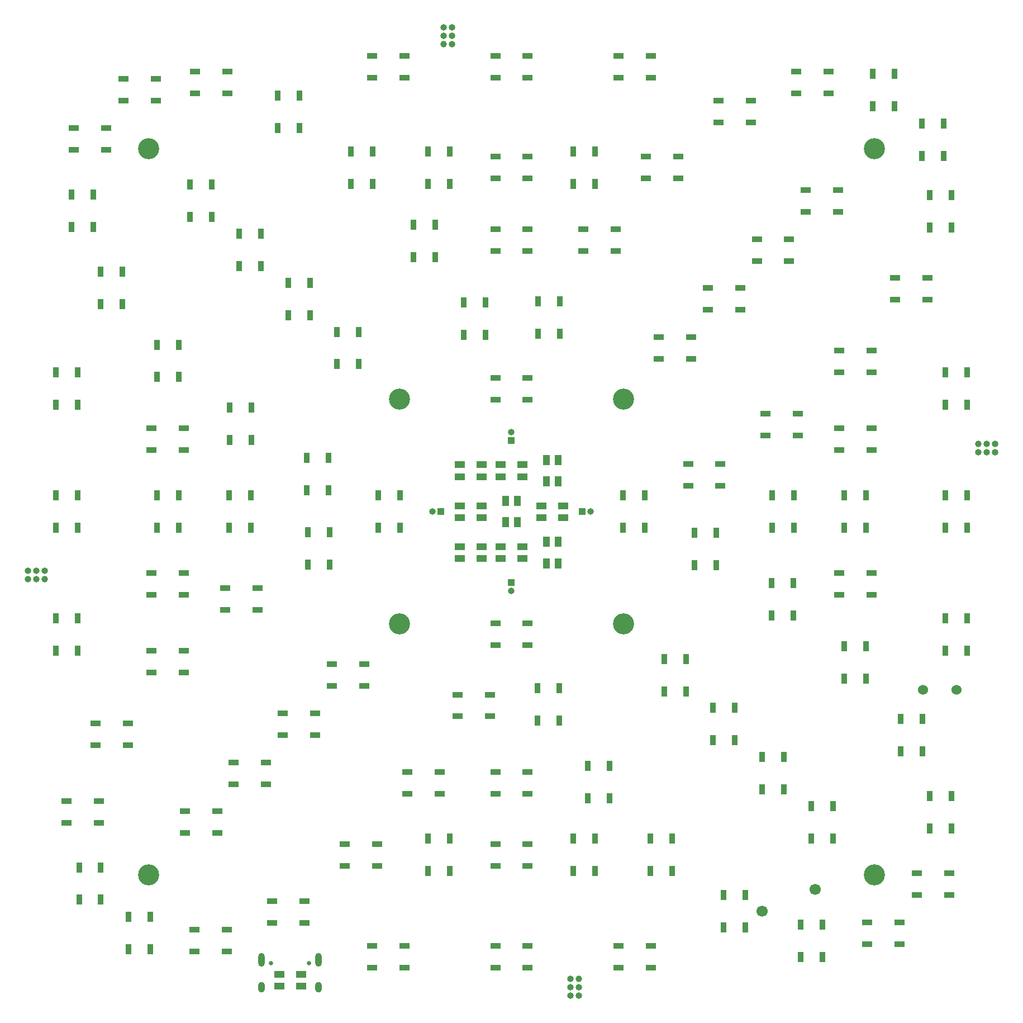
<source format=gbr>
%TF.GenerationSoftware,KiCad,Pcbnew,(6.0.10)*%
%TF.CreationDate,2023-01-10T10:46:11+01:00*%
%TF.ProjectId,BoardGame,426f6172-6447-4616-9d65-2e6b69636164,rev?*%
%TF.SameCoordinates,Original*%
%TF.FileFunction,Soldermask,Top*%
%TF.FilePolarity,Negative*%
%FSLAX46Y46*%
G04 Gerber Fmt 4.6, Leading zero omitted, Abs format (unit mm)*
G04 Created by KiCad (PCBNEW (6.0.10)) date 2023-01-10 10:46:11*
%MOMM*%
%LPD*%
G01*
G04 APERTURE LIST*
%ADD10R,0.900000X1.500000*%
%ADD11R,1.500000X0.900000*%
%ADD12R,1.500000X1.100000*%
%ADD13C,3.200000*%
%ADD14C,1.000000*%
%ADD15O,1.000000X1.000000*%
%ADD16C,1.700000*%
%ADD17R,1.000000X1.000000*%
%ADD18R,1.100000X1.500000*%
%ADD19C,0.650000*%
%ADD20O,1.000000X1.600000*%
%ADD21O,1.000000X2.100000*%
%ADD22C,1.524000*%
G04 APERTURE END LIST*
D10*
%TO.C,D1002*%
X116280000Y-78870000D03*
X112980000Y-78870000D03*
X112980000Y-83770000D03*
X116280000Y-83770000D03*
%TD*%
D11*
%TO.C,D1045*%
X95980000Y-150350000D03*
X95980000Y-153650000D03*
X100880000Y-153650000D03*
X100880000Y-150350000D03*
%TD*%
D10*
%TO.C,D1086*%
X78250000Y-84550000D03*
X74950000Y-84550000D03*
X74950000Y-89450000D03*
X78250000Y-89450000D03*
%TD*%
D11*
%TO.C,D1056*%
X89460000Y-96320000D03*
X89460000Y-99620000D03*
X94360000Y-99620000D03*
X94360000Y-96320000D03*
%TD*%
%TO.C,D1016*%
X159760000Y-47560000D03*
X159760000Y-44260000D03*
X154860000Y-44260000D03*
X154860000Y-47560000D03*
%TD*%
D10*
%TO.C,D1028*%
X171720000Y-95130000D03*
X175020000Y-95130000D03*
X175020000Y-90230000D03*
X171720000Y-90230000D03*
%TD*%
%TO.C,D1021*%
X206230000Y-33110000D03*
X209530000Y-33110000D03*
X209530000Y-28210000D03*
X206230000Y-28210000D03*
%TD*%
D12*
%TO.C,D1102*%
X142360000Y-92300000D03*
X142360000Y-94080000D03*
X145640000Y-94080000D03*
X145640000Y-92300000D03*
%TD*%
D13*
%TO.C,H1007*%
X161000000Y-70000000D03*
%TD*%
D11*
%TO.C,D1051*%
X105490000Y-101860000D03*
X105490000Y-98560000D03*
X100590000Y-98560000D03*
X100590000Y-101860000D03*
%TD*%
%TO.C,D1089*%
X146450000Y-21250000D03*
X146450000Y-17950000D03*
X141550000Y-17950000D03*
X141550000Y-21250000D03*
%TD*%
%TO.C,D1057*%
X146450000Y-47530000D03*
X146450000Y-44230000D03*
X141550000Y-44230000D03*
X141550000Y-47530000D03*
%TD*%
D12*
%TO.C,D1106*%
X108817500Y-157110000D03*
X108817500Y-158890000D03*
X112097500Y-158890000D03*
X112097500Y-157110000D03*
%TD*%
D10*
%TO.C,D1020*%
X198750000Y-25590000D03*
X202050000Y-25590000D03*
X202050000Y-20690000D03*
X198750000Y-20690000D03*
%TD*%
D14*
%TO.C,J401*%
X73220000Y-97235000D03*
D15*
X73220000Y-95965000D03*
X71950000Y-97235000D03*
X71950000Y-95965000D03*
X70680000Y-97235000D03*
X70680000Y-95965000D03*
%TD*%
D10*
%TO.C,D1038*%
X158860000Y-125510000D03*
X155560000Y-125510000D03*
X155560000Y-130410000D03*
X158860000Y-130410000D03*
%TD*%
%TO.C,D1080*%
X189410000Y-136510000D03*
X192710000Y-136510000D03*
X192710000Y-131610000D03*
X189410000Y-131610000D03*
%TD*%
D12*
%TO.C,D1100*%
X148550000Y-86110000D03*
X148550000Y-87890000D03*
X151830000Y-87890000D03*
X151830000Y-86110000D03*
%TD*%
D14*
%TO.C,J403*%
X214780000Y-76765000D03*
D15*
X214780000Y-78035000D03*
X216050000Y-76765000D03*
X216050000Y-78035000D03*
X217320000Y-76765000D03*
X217320000Y-78035000D03*
%TD*%
D13*
%TO.C,H1002*%
X89000000Y-32000000D03*
%TD*%
D11*
%TO.C,D1081*%
X116780000Y-110120000D03*
X116780000Y-113420000D03*
X121680000Y-113420000D03*
X121680000Y-110120000D03*
%TD*%
D10*
%TO.C,D1066*%
X131350000Y-141450000D03*
X134650000Y-141450000D03*
X134650000Y-136550000D03*
X131350000Y-136550000D03*
%TD*%
D11*
%TO.C,D1040*%
X141550000Y-103930000D03*
X141550000Y-107230000D03*
X146450000Y-107230000D03*
X146450000Y-103930000D03*
%TD*%
D10*
%TO.C,D1085*%
X78250000Y-103200000D03*
X74950000Y-103200000D03*
X74950000Y-108100000D03*
X78250000Y-108100000D03*
%TD*%
D11*
%TO.C,D1043*%
X118720000Y-137350000D03*
X118720000Y-140650000D03*
X123620000Y-140650000D03*
X123620000Y-137350000D03*
%TD*%
D10*
%TO.C,D1037*%
X168380000Y-136550000D03*
X165080000Y-136550000D03*
X165080000Y-141450000D03*
X168380000Y-141450000D03*
%TD*%
D11*
%TO.C,D1017*%
X169280000Y-36560000D03*
X169280000Y-33260000D03*
X164380000Y-33260000D03*
X164380000Y-36560000D03*
%TD*%
%TO.C,D1067*%
X146450000Y-140650000D03*
X146450000Y-137350000D03*
X141550000Y-137350000D03*
X141550000Y-140650000D03*
%TD*%
D13*
%TO.C,H1008*%
X127000000Y-70000000D03*
%TD*%
D10*
%TO.C,D1072*%
X98590000Y-37490000D03*
X95290000Y-37490000D03*
X95290000Y-42390000D03*
X98590000Y-42390000D03*
%TD*%
D11*
%TO.C,D1041*%
X135870000Y-114720000D03*
X135870000Y-118020000D03*
X140770000Y-118020000D03*
X140770000Y-114720000D03*
%TD*%
%TO.C,D1074*%
X178650000Y-56450000D03*
X178650000Y-53150000D03*
X173750000Y-53150000D03*
X173750000Y-56450000D03*
%TD*%
D16*
%TO.C,J302*%
X182000000Y-147500000D03*
%TD*%
D11*
%TO.C,D1009*%
X100950000Y-23650000D03*
X100950000Y-20350000D03*
X96050000Y-20350000D03*
X96050000Y-23650000D03*
%TD*%
%TO.C,D1033*%
X205410000Y-141750000D03*
X205410000Y-145050000D03*
X210310000Y-145050000D03*
X210310000Y-141750000D03*
%TD*%
D10*
%TO.C,D1046*%
X89250000Y-148410000D03*
X85950000Y-148410000D03*
X85950000Y-153310000D03*
X89250000Y-153310000D03*
%TD*%
%TO.C,D1052*%
X116440000Y-90130000D03*
X113140000Y-90130000D03*
X113140000Y-95030000D03*
X116440000Y-95030000D03*
%TD*%
%TO.C,D1061*%
X183470000Y-89450000D03*
X186770000Y-89450000D03*
X186770000Y-84550000D03*
X183470000Y-84550000D03*
%TD*%
D11*
%TO.C,D1062*%
X198540000Y-99620000D03*
X198540000Y-96320000D03*
X193640000Y-96320000D03*
X193640000Y-99620000D03*
%TD*%
D10*
%TO.C,D1070*%
X113450000Y-52350000D03*
X110150000Y-52350000D03*
X110150000Y-57250000D03*
X113450000Y-57250000D03*
%TD*%
D17*
%TO.C,J406*%
X154750000Y-87000000D03*
D15*
X156020000Y-87000000D03*
%TD*%
D11*
%TO.C,D1073*%
X171220000Y-63880000D03*
X171220000Y-60580000D03*
X166320000Y-60580000D03*
X166320000Y-63880000D03*
%TD*%
D16*
%TO.C,J301*%
X190000000Y-144250000D03*
%TD*%
D10*
%TO.C,D1068*%
X153320000Y-141450000D03*
X156620000Y-141450000D03*
X156620000Y-136550000D03*
X153320000Y-136550000D03*
%TD*%
D11*
%TO.C,D1048*%
X81450000Y-134140000D03*
X81450000Y-130840000D03*
X76550000Y-130840000D03*
X76550000Y-134140000D03*
%TD*%
D10*
%TO.C,D1022*%
X207340000Y-43960000D03*
X210640000Y-43960000D03*
X210640000Y-39060000D03*
X207340000Y-39060000D03*
%TD*%
%TO.C,D1031*%
X202970000Y-123310000D03*
X206270000Y-123310000D03*
X206270000Y-118410000D03*
X202970000Y-118410000D03*
%TD*%
%TO.C,D1087*%
X78250000Y-65900000D03*
X74950000Y-65900000D03*
X74950000Y-70800000D03*
X78250000Y-70800000D03*
%TD*%
%TO.C,D1060*%
X134680000Y-32460000D03*
X131380000Y-32460000D03*
X131380000Y-37360000D03*
X134680000Y-37360000D03*
%TD*%
%TO.C,D1055*%
X90260000Y-89450000D03*
X93560000Y-89450000D03*
X93560000Y-84550000D03*
X90260000Y-84550000D03*
%TD*%
D11*
%TO.C,D1024*%
X193640000Y-62620000D03*
X193640000Y-65920000D03*
X198540000Y-65920000D03*
X198540000Y-62620000D03*
%TD*%
D10*
%TO.C,D1091*%
X209750000Y-70800000D03*
X213050000Y-70800000D03*
X213050000Y-65900000D03*
X209750000Y-65900000D03*
%TD*%
%TO.C,D1079*%
X181980000Y-129080000D03*
X185280000Y-129080000D03*
X185280000Y-124180000D03*
X181980000Y-124180000D03*
%TD*%
%TO.C,D1069*%
X120880000Y-59780000D03*
X117580000Y-59780000D03*
X117580000Y-64680000D03*
X120880000Y-64680000D03*
%TD*%
D11*
%TO.C,D1095*%
X141550000Y-152750000D03*
X141550000Y-156050000D03*
X146450000Y-156050000D03*
X146450000Y-152750000D03*
%TD*%
D10*
%TO.C,D1047*%
X81770000Y-140890000D03*
X78470000Y-140890000D03*
X78470000Y-145790000D03*
X81770000Y-145790000D03*
%TD*%
%TO.C,D1027*%
X160930000Y-89450000D03*
X164230000Y-89450000D03*
X164230000Y-84550000D03*
X160930000Y-84550000D03*
%TD*%
D12*
%TO.C,D1097*%
X139450000Y-81700000D03*
X139450000Y-79920000D03*
X136170000Y-79920000D03*
X136170000Y-81700000D03*
%TD*%
D11*
%TO.C,D1090*%
X165100000Y-21250000D03*
X165100000Y-17950000D03*
X160200000Y-17950000D03*
X160200000Y-21250000D03*
%TD*%
%TO.C,D1094*%
X160200000Y-152750000D03*
X160200000Y-156050000D03*
X165100000Y-156050000D03*
X165100000Y-152750000D03*
%TD*%
D10*
%TO.C,D1010*%
X108580000Y-28890000D03*
X111880000Y-28890000D03*
X111880000Y-23990000D03*
X108580000Y-23990000D03*
%TD*%
D12*
%TO.C,D1103*%
X136170000Y-92300000D03*
X136170000Y-94080000D03*
X139450000Y-94080000D03*
X139450000Y-92300000D03*
%TD*%
D11*
%TO.C,D1008*%
X90110000Y-24770000D03*
X90110000Y-21470000D03*
X85210000Y-21470000D03*
X85210000Y-24770000D03*
%TD*%
D10*
%TO.C,D1035*%
X191140000Y-149540000D03*
X187840000Y-149540000D03*
X187840000Y-154440000D03*
X191140000Y-154440000D03*
%TD*%
%TO.C,D1012*%
X129140000Y-48490000D03*
X132440000Y-48490000D03*
X132440000Y-43590000D03*
X129140000Y-43590000D03*
%TD*%
D18*
%TO.C,D1101*%
X149300000Y-94830000D03*
X151080000Y-94830000D03*
X151080000Y-91550000D03*
X149300000Y-91550000D03*
%TD*%
D11*
%TO.C,D1065*%
X141550000Y-126470000D03*
X141550000Y-129770000D03*
X146450000Y-129770000D03*
X146450000Y-126470000D03*
%TD*%
D18*
%TO.C,D1105*%
X143110000Y-88640000D03*
X144890000Y-88640000D03*
X144890000Y-85360000D03*
X143110000Y-85360000D03*
%TD*%
D10*
%TO.C,D1004*%
X93560000Y-61720000D03*
X90260000Y-61720000D03*
X90260000Y-66620000D03*
X93560000Y-66620000D03*
%TD*%
D12*
%TO.C,D1104*%
X139450000Y-87890000D03*
X139450000Y-86110000D03*
X136170000Y-86110000D03*
X136170000Y-87890000D03*
%TD*%
D14*
%TO.C,J404*%
X154235000Y-157730000D03*
D15*
X152965000Y-157730000D03*
X154235000Y-159000000D03*
X152965000Y-159000000D03*
X154235000Y-160270000D03*
X152965000Y-160270000D03*
%TD*%
D12*
%TO.C,D1098*%
X145640000Y-81700000D03*
X145640000Y-79920000D03*
X142360000Y-79920000D03*
X142360000Y-81700000D03*
%TD*%
D13*
%TO.C,H1005*%
X127000000Y-104000000D03*
%TD*%
D11*
%TO.C,D1049*%
X85890000Y-122420000D03*
X85890000Y-119120000D03*
X80990000Y-119120000D03*
X80990000Y-122420000D03*
%TD*%
D10*
%TO.C,D1039*%
X151230000Y-113760000D03*
X147930000Y-113760000D03*
X147930000Y-118660000D03*
X151230000Y-118660000D03*
%TD*%
D11*
%TO.C,D1018*%
X180310000Y-28030000D03*
X180310000Y-24730000D03*
X175410000Y-24730000D03*
X175410000Y-28030000D03*
%TD*%
D10*
%TO.C,D1015*%
X151330000Y-55180000D03*
X148030000Y-55180000D03*
X148030000Y-60080000D03*
X151330000Y-60080000D03*
%TD*%
D11*
%TO.C,D1034*%
X197890000Y-149230000D03*
X197890000Y-152530000D03*
X202790000Y-152530000D03*
X202790000Y-149230000D03*
%TD*%
D13*
%TO.C,H1001*%
X199000000Y-142000000D03*
%TD*%
D10*
%TO.C,D1005*%
X85030000Y-50690000D03*
X81730000Y-50690000D03*
X81730000Y-55590000D03*
X85030000Y-55590000D03*
%TD*%
%TO.C,D1093*%
X209750000Y-108100000D03*
X213050000Y-108100000D03*
X213050000Y-103200000D03*
X209750000Y-103200000D03*
%TD*%
%TO.C,D1011*%
X119620000Y-37360000D03*
X122920000Y-37360000D03*
X122920000Y-32460000D03*
X119620000Y-32460000D03*
%TD*%
D11*
%TO.C,D1096*%
X122900000Y-152750000D03*
X122900000Y-156050000D03*
X127800000Y-156050000D03*
X127800000Y-152750000D03*
%TD*%
D18*
%TO.C,D1099*%
X149300000Y-82450000D03*
X151080000Y-82450000D03*
X151080000Y-79170000D03*
X149300000Y-79170000D03*
%TD*%
D11*
%TO.C,D1088*%
X127800000Y-21250000D03*
X127800000Y-17950000D03*
X122900000Y-17950000D03*
X122900000Y-21250000D03*
%TD*%
D10*
%TO.C,D1013*%
X136770000Y-60240000D03*
X140070000Y-60240000D03*
X140070000Y-55340000D03*
X136770000Y-55340000D03*
%TD*%
D11*
%TO.C,D1083*%
X101920000Y-124980000D03*
X101920000Y-128280000D03*
X106820000Y-128280000D03*
X106820000Y-124980000D03*
%TD*%
%TO.C,D1014*%
X146450000Y-70070000D03*
X146450000Y-66770000D03*
X141550000Y-66770000D03*
X141550000Y-70070000D03*
%TD*%
D10*
%TO.C,D1063*%
X197740000Y-84550000D03*
X194440000Y-84550000D03*
X194440000Y-89450000D03*
X197740000Y-89450000D03*
%TD*%
D11*
%TO.C,D1076*%
X193510000Y-41590000D03*
X193510000Y-38290000D03*
X188610000Y-38290000D03*
X188610000Y-41590000D03*
%TD*%
D10*
%TO.C,D1003*%
X104560000Y-71240000D03*
X101260000Y-71240000D03*
X101260000Y-76140000D03*
X104560000Y-76140000D03*
%TD*%
D17*
%TO.C,J408*%
X133250000Y-87000000D03*
D15*
X131980000Y-87000000D03*
%TD*%
D10*
%TO.C,D1077*%
X167120000Y-114220000D03*
X170420000Y-114220000D03*
X170420000Y-109320000D03*
X167120000Y-109320000D03*
%TD*%
D11*
%TO.C,D1054*%
X89460000Y-74380000D03*
X89460000Y-77680000D03*
X94360000Y-77680000D03*
X94360000Y-74380000D03*
%TD*%
%TO.C,D1084*%
X94490000Y-132410000D03*
X94490000Y-135710000D03*
X99390000Y-135710000D03*
X99390000Y-132410000D03*
%TD*%
D13*
%TO.C,H1004*%
X199000000Y-32000000D03*
%TD*%
D10*
%TO.C,D1058*%
X156620000Y-32460000D03*
X153320000Y-32460000D03*
X153320000Y-37360000D03*
X156620000Y-37360000D03*
%TD*%
D11*
%TO.C,D1064*%
X198540000Y-77650000D03*
X198540000Y-74350000D03*
X193640000Y-74350000D03*
X193640000Y-77650000D03*
%TD*%
D10*
%TO.C,D1053*%
X104530000Y-84550000D03*
X101230000Y-84550000D03*
X101230000Y-89450000D03*
X104530000Y-89450000D03*
%TD*%
D11*
%TO.C,D1023*%
X202110000Y-51580000D03*
X202110000Y-54880000D03*
X207010000Y-54880000D03*
X207010000Y-51580000D03*
%TD*%
%TO.C,D1044*%
X107690000Y-145970000D03*
X107690000Y-149270000D03*
X112590000Y-149270000D03*
X112590000Y-145970000D03*
%TD*%
D10*
%TO.C,D1006*%
X80650000Y-38980000D03*
X77350000Y-38980000D03*
X77350000Y-43880000D03*
X80650000Y-43880000D03*
%TD*%
D11*
%TO.C,D1042*%
X128240000Y-126440000D03*
X128240000Y-129740000D03*
X133140000Y-129740000D03*
X133140000Y-126440000D03*
%TD*%
%TO.C,D1026*%
X170760000Y-79770000D03*
X170760000Y-83070000D03*
X175660000Y-83070000D03*
X175660000Y-79770000D03*
%TD*%
D10*
%TO.C,D1092*%
X209750000Y-89450000D03*
X213050000Y-89450000D03*
X213050000Y-84550000D03*
X209750000Y-84550000D03*
%TD*%
D11*
%TO.C,D1007*%
X82590000Y-32250000D03*
X82590000Y-28950000D03*
X77690000Y-28950000D03*
X77690000Y-32250000D03*
%TD*%
D10*
%TO.C,D1078*%
X174550000Y-121650000D03*
X177850000Y-121650000D03*
X177850000Y-116750000D03*
X174550000Y-116750000D03*
%TD*%
D13*
%TO.C,H1006*%
X161000000Y-104000000D03*
%TD*%
D11*
%TO.C,D1075*%
X186080000Y-49020000D03*
X186080000Y-45720000D03*
X181180000Y-45720000D03*
X181180000Y-49020000D03*
%TD*%
%TO.C,D1025*%
X182510000Y-72140000D03*
X182510000Y-75440000D03*
X187410000Y-75440000D03*
X187410000Y-72140000D03*
%TD*%
D10*
%TO.C,D1071*%
X106020000Y-44920000D03*
X102720000Y-44920000D03*
X102720000Y-49820000D03*
X106020000Y-49820000D03*
%TD*%
D13*
%TO.C,H1003*%
X89000000Y-142000000D03*
%TD*%
D17*
%TO.C,J405*%
X144000000Y-97750000D03*
D15*
X144000000Y-99020000D03*
%TD*%
D11*
%TO.C,D1050*%
X94360000Y-111380000D03*
X94360000Y-108080000D03*
X89460000Y-108080000D03*
X89460000Y-111380000D03*
%TD*%
%TO.C,D1082*%
X109350000Y-117550000D03*
X109350000Y-120850000D03*
X114250000Y-120850000D03*
X114250000Y-117550000D03*
%TD*%
%TO.C,D1019*%
X192020000Y-23650000D03*
X192020000Y-20350000D03*
X187120000Y-20350000D03*
X187120000Y-23650000D03*
%TD*%
%TO.C,D1059*%
X141550000Y-33260000D03*
X141550000Y-36560000D03*
X146450000Y-36560000D03*
X146450000Y-33260000D03*
%TD*%
D14*
%TO.C,J402*%
X133715000Y-16220000D03*
D15*
X134985000Y-16220000D03*
X133715000Y-14950000D03*
X134985000Y-14950000D03*
X133715000Y-13680000D03*
X134985000Y-13680000D03*
%TD*%
D10*
%TO.C,D1030*%
X194440000Y-112280000D03*
X197740000Y-112280000D03*
X197740000Y-107380000D03*
X194440000Y-107380000D03*
%TD*%
%TO.C,D1036*%
X179420000Y-145050000D03*
X176120000Y-145050000D03*
X176120000Y-149950000D03*
X179420000Y-149950000D03*
%TD*%
%TO.C,D1032*%
X207350000Y-135020000D03*
X210650000Y-135020000D03*
X210650000Y-130120000D03*
X207350000Y-130120000D03*
%TD*%
%TO.C,D1029*%
X183440000Y-102760000D03*
X186740000Y-102760000D03*
X186740000Y-97860000D03*
X183440000Y-97860000D03*
%TD*%
%TO.C,D1001*%
X127070000Y-84550000D03*
X123770000Y-84550000D03*
X123770000Y-89450000D03*
X127070000Y-89450000D03*
%TD*%
D17*
%TO.C,J407*%
X144000000Y-76250000D03*
D15*
X144000000Y-74980000D03*
%TD*%
D19*
%TO.C,J201*%
X107535378Y-155400000D03*
X113315378Y-155400000D03*
D20*
X114745378Y-159050000D03*
D21*
X114745378Y-154870000D03*
X106105378Y-154870000D03*
D20*
X106105378Y-159050000D03*
%TD*%
D22*
%TO.C,BT301*%
X206399000Y-114000000D03*
X211399000Y-114000000D03*
%TD*%
M02*

</source>
